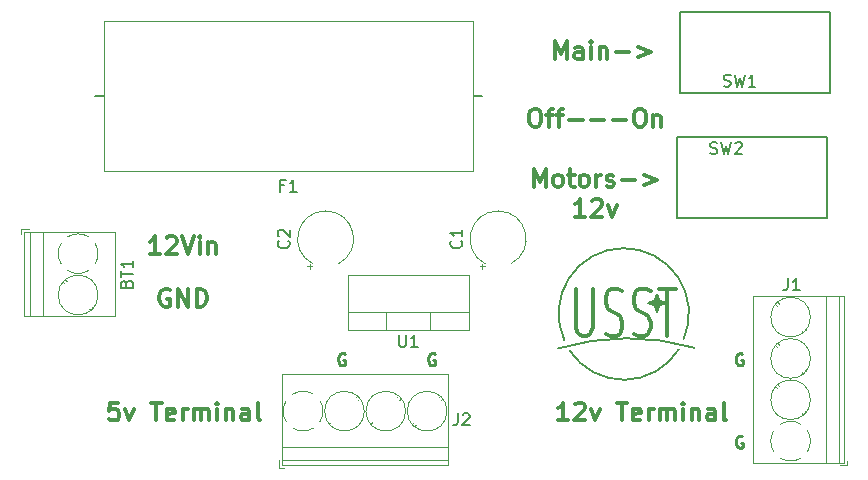
<source format=gbr>
G04 #@! TF.GenerationSoftware,KiCad,Pcbnew,(5.0.0)*
G04 #@! TF.CreationDate,2018-10-30T21:10:31-06:00*
G04 #@! TF.ProjectId,Mini-Rover-Power Distribution,4D696E692D526F7665722D506F776572,rev?*
G04 #@! TF.SameCoordinates,Original*
G04 #@! TF.FileFunction,Legend,Top*
G04 #@! TF.FilePolarity,Positive*
%FSLAX46Y46*%
G04 Gerber Fmt 4.6, Leading zero omitted, Abs format (unit mm)*
G04 Created by KiCad (PCBNEW (5.0.0)) date 10/30/18 21:10:31*
%MOMM*%
%LPD*%
G01*
G04 APERTURE LIST*
%ADD10C,0.250000*%
%ADD11C,0.150000*%
%ADD12C,0.200000*%
%ADD13C,0.300000*%
%ADD14C,0.120000*%
G04 APERTURE END LIST*
D10*
X76182504Y-64752600D02*
X76087266Y-64704980D01*
X75944409Y-64704980D01*
X75801552Y-64752600D01*
X75706314Y-64847838D01*
X75658695Y-64943076D01*
X75611076Y-65133552D01*
X75611076Y-65276409D01*
X75658695Y-65466885D01*
X75706314Y-65562123D01*
X75801552Y-65657361D01*
X75944409Y-65704980D01*
X76039647Y-65704980D01*
X76182504Y-65657361D01*
X76230123Y-65609742D01*
X76230123Y-65276409D01*
X76039647Y-65276409D01*
X83802504Y-64752600D02*
X83707266Y-64704980D01*
X83564409Y-64704980D01*
X83421552Y-64752600D01*
X83326314Y-64847838D01*
X83278695Y-64943076D01*
X83231076Y-65133552D01*
X83231076Y-65276409D01*
X83278695Y-65466885D01*
X83326314Y-65562123D01*
X83421552Y-65657361D01*
X83564409Y-65704980D01*
X83659647Y-65704980D01*
X83802504Y-65657361D01*
X83850123Y-65609742D01*
X83850123Y-65276409D01*
X83659647Y-65276409D01*
X109837504Y-71737600D02*
X109742266Y-71689980D01*
X109599409Y-71689980D01*
X109456552Y-71737600D01*
X109361314Y-71832838D01*
X109313695Y-71928076D01*
X109266076Y-72118552D01*
X109266076Y-72261409D01*
X109313695Y-72451885D01*
X109361314Y-72547123D01*
X109456552Y-72642361D01*
X109599409Y-72689980D01*
X109694647Y-72689980D01*
X109837504Y-72642361D01*
X109885123Y-72594742D01*
X109885123Y-72261409D01*
X109694647Y-72261409D01*
X109837504Y-64752600D02*
X109742266Y-64704980D01*
X109599409Y-64704980D01*
X109456552Y-64752600D01*
X109361314Y-64847838D01*
X109313695Y-64943076D01*
X109266076Y-65133552D01*
X109266076Y-65276409D01*
X109313695Y-65466885D01*
X109361314Y-65562123D01*
X109456552Y-65657361D01*
X109599409Y-65704980D01*
X109694647Y-65704980D01*
X109837504Y-65657361D01*
X109885123Y-65609742D01*
X109885123Y-65276409D01*
X109694647Y-65276409D01*
D11*
G36*
X103352600Y-60426600D02*
X102590600Y-60172600D01*
X101828600Y-60426600D01*
X102590600Y-60680600D01*
X103352600Y-60426600D01*
G37*
X103352600Y-60426600D02*
X102590600Y-60172600D01*
X101828600Y-60426600D01*
X102590600Y-60680600D01*
X103352600Y-60426600D01*
G36*
X102590600Y-59664600D02*
X102336600Y-60426600D01*
X102590600Y-61188600D01*
X102844600Y-60426600D01*
X102590600Y-59664600D01*
G37*
X102590600Y-59664600D02*
X102336600Y-60426600D01*
X102590600Y-61188600D01*
X102844600Y-60426600D01*
X102590600Y-59664600D01*
D12*
X104456230Y-64354870D02*
G75*
G02X95224600Y-64490599I-4659631J2912270D01*
G01*
X94763020Y-63580712D02*
G75*
G02X104876599Y-63474599I5033580J2265112D01*
G01*
X94208600Y-64288254D02*
G75*
G02X105813603Y-64236600I5890004J-19633345D01*
G01*
D13*
X95748980Y-59252123D02*
X95748980Y-62490219D01*
X95868028Y-62871171D01*
X95987076Y-63061647D01*
X96225171Y-63252123D01*
X96701361Y-63252123D01*
X96939457Y-63061647D01*
X97058504Y-62871171D01*
X97177552Y-62490219D01*
X97177552Y-59252123D01*
X98248980Y-63061647D02*
X98606123Y-63252123D01*
X99201361Y-63252123D01*
X99439457Y-63061647D01*
X99558504Y-62871171D01*
X99677552Y-62490219D01*
X99677552Y-62109266D01*
X99558504Y-61728314D01*
X99439457Y-61537838D01*
X99201361Y-61347361D01*
X98725171Y-61156885D01*
X98487076Y-60966409D01*
X98368028Y-60775933D01*
X98248980Y-60394980D01*
X98248980Y-60014028D01*
X98368028Y-59633076D01*
X98487076Y-59442600D01*
X98725171Y-59252123D01*
X99320409Y-59252123D01*
X99677552Y-59442600D01*
X100629933Y-63061647D02*
X100987076Y-63252123D01*
X101582314Y-63252123D01*
X101820409Y-63061647D01*
X101939457Y-62871171D01*
X102058504Y-62490219D01*
X102058504Y-62109266D01*
X101939457Y-61728314D01*
X101820409Y-61537838D01*
X101582314Y-61347361D01*
X101106123Y-61156885D01*
X100868028Y-60966409D01*
X100748980Y-60775933D01*
X100629933Y-60394980D01*
X100629933Y-60014028D01*
X100748980Y-59633076D01*
X100868028Y-59442600D01*
X101106123Y-59252123D01*
X101701361Y-59252123D01*
X102058504Y-59442600D01*
X102772790Y-59252123D02*
X104201361Y-59252123D01*
X103487076Y-63252123D02*
X103487076Y-59252123D01*
X92159000Y-44009571D02*
X92444714Y-44009571D01*
X92587571Y-44081000D01*
X92730428Y-44223857D01*
X92801857Y-44509571D01*
X92801857Y-45009571D01*
X92730428Y-45295285D01*
X92587571Y-45438142D01*
X92444714Y-45509571D01*
X92159000Y-45509571D01*
X92016142Y-45438142D01*
X91873285Y-45295285D01*
X91801857Y-45009571D01*
X91801857Y-44509571D01*
X91873285Y-44223857D01*
X92016142Y-44081000D01*
X92159000Y-44009571D01*
X93230428Y-44509571D02*
X93801857Y-44509571D01*
X93444714Y-45509571D02*
X93444714Y-44223857D01*
X93516142Y-44081000D01*
X93659000Y-44009571D01*
X93801857Y-44009571D01*
X94087571Y-44509571D02*
X94659000Y-44509571D01*
X94301857Y-45509571D02*
X94301857Y-44223857D01*
X94373285Y-44081000D01*
X94516142Y-44009571D01*
X94659000Y-44009571D01*
X95159000Y-44938142D02*
X96301857Y-44938142D01*
X97016142Y-44938142D02*
X98159000Y-44938142D01*
X98873285Y-44938142D02*
X100016142Y-44938142D01*
X101016142Y-44009571D02*
X101301857Y-44009571D01*
X101444714Y-44081000D01*
X101587571Y-44223857D01*
X101659000Y-44509571D01*
X101659000Y-45009571D01*
X101587571Y-45295285D01*
X101444714Y-45438142D01*
X101301857Y-45509571D01*
X101016142Y-45509571D01*
X100873285Y-45438142D01*
X100730428Y-45295285D01*
X100659000Y-45009571D01*
X100659000Y-44509571D01*
X100730428Y-44223857D01*
X100873285Y-44081000D01*
X101016142Y-44009571D01*
X102301857Y-44509571D02*
X102301857Y-45509571D01*
X102301857Y-44652428D02*
X102373285Y-44581000D01*
X102516142Y-44509571D01*
X102730428Y-44509571D01*
X102873285Y-44581000D01*
X102944714Y-44723857D01*
X102944714Y-45509571D01*
X61341142Y-59321000D02*
X61198285Y-59249571D01*
X60984000Y-59249571D01*
X60769714Y-59321000D01*
X60626857Y-59463857D01*
X60555428Y-59606714D01*
X60484000Y-59892428D01*
X60484000Y-60106714D01*
X60555428Y-60392428D01*
X60626857Y-60535285D01*
X60769714Y-60678142D01*
X60984000Y-60749571D01*
X61126857Y-60749571D01*
X61341142Y-60678142D01*
X61412571Y-60606714D01*
X61412571Y-60106714D01*
X61126857Y-60106714D01*
X62055428Y-60749571D02*
X62055428Y-59249571D01*
X62912571Y-60749571D01*
X62912571Y-59249571D01*
X63626857Y-60749571D02*
X63626857Y-59249571D01*
X63984000Y-59249571D01*
X64198285Y-59321000D01*
X64341142Y-59463857D01*
X64412571Y-59606714D01*
X64484000Y-59892428D01*
X64484000Y-60106714D01*
X64412571Y-60392428D01*
X64341142Y-60535285D01*
X64198285Y-60678142D01*
X63984000Y-60749571D01*
X63626857Y-60749571D01*
X60519714Y-56304571D02*
X59662571Y-56304571D01*
X60091142Y-56304571D02*
X60091142Y-54804571D01*
X59948285Y-55018857D01*
X59805428Y-55161714D01*
X59662571Y-55233142D01*
X61091142Y-54947428D02*
X61162571Y-54876000D01*
X61305428Y-54804571D01*
X61662571Y-54804571D01*
X61805428Y-54876000D01*
X61876857Y-54947428D01*
X61948285Y-55090285D01*
X61948285Y-55233142D01*
X61876857Y-55447428D01*
X61019714Y-56304571D01*
X61948285Y-56304571D01*
X62376857Y-54804571D02*
X62876857Y-56304571D01*
X63376857Y-54804571D01*
X63876857Y-56304571D02*
X63876857Y-55304571D01*
X63876857Y-54804571D02*
X63805428Y-54876000D01*
X63876857Y-54947428D01*
X63948285Y-54876000D01*
X63876857Y-54804571D01*
X63876857Y-54947428D01*
X64591142Y-55304571D02*
X64591142Y-56304571D01*
X64591142Y-55447428D02*
X64662571Y-55376000D01*
X64805428Y-55304571D01*
X65019714Y-55304571D01*
X65162571Y-55376000D01*
X65234000Y-55518857D01*
X65234000Y-56304571D01*
X95106314Y-70376171D02*
X94249171Y-70376171D01*
X94677742Y-70376171D02*
X94677742Y-68876171D01*
X94534885Y-69090457D01*
X94392028Y-69233314D01*
X94249171Y-69304742D01*
X95677742Y-69019028D02*
X95749171Y-68947600D01*
X95892028Y-68876171D01*
X96249171Y-68876171D01*
X96392028Y-68947600D01*
X96463457Y-69019028D01*
X96534885Y-69161885D01*
X96534885Y-69304742D01*
X96463457Y-69519028D01*
X95606314Y-70376171D01*
X96534885Y-70376171D01*
X97034885Y-69376171D02*
X97392028Y-70376171D01*
X97749171Y-69376171D01*
X99249171Y-68876171D02*
X100106314Y-68876171D01*
X99677742Y-70376171D02*
X99677742Y-68876171D01*
X101177742Y-70304742D02*
X101034885Y-70376171D01*
X100749171Y-70376171D01*
X100606314Y-70304742D01*
X100534885Y-70161885D01*
X100534885Y-69590457D01*
X100606314Y-69447600D01*
X100749171Y-69376171D01*
X101034885Y-69376171D01*
X101177742Y-69447600D01*
X101249171Y-69590457D01*
X101249171Y-69733314D01*
X100534885Y-69876171D01*
X101892028Y-70376171D02*
X101892028Y-69376171D01*
X101892028Y-69661885D02*
X101963457Y-69519028D01*
X102034885Y-69447600D01*
X102177742Y-69376171D01*
X102320600Y-69376171D01*
X102820600Y-70376171D02*
X102820600Y-69376171D01*
X102820600Y-69519028D02*
X102892028Y-69447600D01*
X103034885Y-69376171D01*
X103249171Y-69376171D01*
X103392028Y-69447600D01*
X103463457Y-69590457D01*
X103463457Y-70376171D01*
X103463457Y-69590457D02*
X103534885Y-69447600D01*
X103677742Y-69376171D01*
X103892028Y-69376171D01*
X104034885Y-69447600D01*
X104106314Y-69590457D01*
X104106314Y-70376171D01*
X104820600Y-70376171D02*
X104820600Y-69376171D01*
X104820600Y-68876171D02*
X104749171Y-68947600D01*
X104820600Y-69019028D01*
X104892028Y-68947600D01*
X104820600Y-68876171D01*
X104820600Y-69019028D01*
X105534885Y-69376171D02*
X105534885Y-70376171D01*
X105534885Y-69519028D02*
X105606314Y-69447600D01*
X105749171Y-69376171D01*
X105963457Y-69376171D01*
X106106314Y-69447600D01*
X106177742Y-69590457D01*
X106177742Y-70376171D01*
X107534885Y-70376171D02*
X107534885Y-69590457D01*
X107463457Y-69447600D01*
X107320600Y-69376171D01*
X107034885Y-69376171D01*
X106892028Y-69447600D01*
X107534885Y-70304742D02*
X107392028Y-70376171D01*
X107034885Y-70376171D01*
X106892028Y-70304742D01*
X106820600Y-70161885D01*
X106820600Y-70019028D01*
X106892028Y-69876171D01*
X107034885Y-69804742D01*
X107392028Y-69804742D01*
X107534885Y-69733314D01*
X108463457Y-70376171D02*
X108320600Y-70304742D01*
X108249171Y-70161885D01*
X108249171Y-68876171D01*
X57014171Y-68876171D02*
X56299885Y-68876171D01*
X56228457Y-69590457D01*
X56299885Y-69519028D01*
X56442742Y-69447600D01*
X56799885Y-69447600D01*
X56942742Y-69519028D01*
X57014171Y-69590457D01*
X57085600Y-69733314D01*
X57085600Y-70090457D01*
X57014171Y-70233314D01*
X56942742Y-70304742D01*
X56799885Y-70376171D01*
X56442742Y-70376171D01*
X56299885Y-70304742D01*
X56228457Y-70233314D01*
X57585600Y-69376171D02*
X57942742Y-70376171D01*
X58299885Y-69376171D01*
X59799885Y-68876171D02*
X60657028Y-68876171D01*
X60228457Y-70376171D02*
X60228457Y-68876171D01*
X61728457Y-70304742D02*
X61585600Y-70376171D01*
X61299885Y-70376171D01*
X61157028Y-70304742D01*
X61085600Y-70161885D01*
X61085600Y-69590457D01*
X61157028Y-69447600D01*
X61299885Y-69376171D01*
X61585600Y-69376171D01*
X61728457Y-69447600D01*
X61799885Y-69590457D01*
X61799885Y-69733314D01*
X61085600Y-69876171D01*
X62442742Y-70376171D02*
X62442742Y-69376171D01*
X62442742Y-69661885D02*
X62514171Y-69519028D01*
X62585600Y-69447600D01*
X62728457Y-69376171D01*
X62871314Y-69376171D01*
X63371314Y-70376171D02*
X63371314Y-69376171D01*
X63371314Y-69519028D02*
X63442742Y-69447600D01*
X63585600Y-69376171D01*
X63799885Y-69376171D01*
X63942742Y-69447600D01*
X64014171Y-69590457D01*
X64014171Y-70376171D01*
X64014171Y-69590457D02*
X64085600Y-69447600D01*
X64228457Y-69376171D01*
X64442742Y-69376171D01*
X64585600Y-69447600D01*
X64657028Y-69590457D01*
X64657028Y-70376171D01*
X65371314Y-70376171D02*
X65371314Y-69376171D01*
X65371314Y-68876171D02*
X65299885Y-68947600D01*
X65371314Y-69019028D01*
X65442742Y-68947600D01*
X65371314Y-68876171D01*
X65371314Y-69019028D01*
X66085600Y-69376171D02*
X66085600Y-70376171D01*
X66085600Y-69519028D02*
X66157028Y-69447600D01*
X66299885Y-69376171D01*
X66514171Y-69376171D01*
X66657028Y-69447600D01*
X66728457Y-69590457D01*
X66728457Y-70376171D01*
X68085600Y-70376171D02*
X68085600Y-69590457D01*
X68014171Y-69447600D01*
X67871314Y-69376171D01*
X67585600Y-69376171D01*
X67442742Y-69447600D01*
X68085600Y-70304742D02*
X67942742Y-70376171D01*
X67585600Y-70376171D01*
X67442742Y-70304742D01*
X67371314Y-70161885D01*
X67371314Y-70019028D01*
X67442742Y-69876171D01*
X67585600Y-69804742D01*
X67942742Y-69804742D01*
X68085600Y-69733314D01*
X69014171Y-70376171D02*
X68871314Y-70304742D01*
X68799885Y-70161885D01*
X68799885Y-68876171D01*
X92194714Y-50584571D02*
X92194714Y-49084571D01*
X92694714Y-50156000D01*
X93194714Y-49084571D01*
X93194714Y-50584571D01*
X94123285Y-50584571D02*
X93980428Y-50513142D01*
X93909000Y-50441714D01*
X93837571Y-50298857D01*
X93837571Y-49870285D01*
X93909000Y-49727428D01*
X93980428Y-49656000D01*
X94123285Y-49584571D01*
X94337571Y-49584571D01*
X94480428Y-49656000D01*
X94551857Y-49727428D01*
X94623285Y-49870285D01*
X94623285Y-50298857D01*
X94551857Y-50441714D01*
X94480428Y-50513142D01*
X94337571Y-50584571D01*
X94123285Y-50584571D01*
X95051857Y-49584571D02*
X95623285Y-49584571D01*
X95266142Y-49084571D02*
X95266142Y-50370285D01*
X95337571Y-50513142D01*
X95480428Y-50584571D01*
X95623285Y-50584571D01*
X96337571Y-50584571D02*
X96194714Y-50513142D01*
X96123285Y-50441714D01*
X96051857Y-50298857D01*
X96051857Y-49870285D01*
X96123285Y-49727428D01*
X96194714Y-49656000D01*
X96337571Y-49584571D01*
X96551857Y-49584571D01*
X96694714Y-49656000D01*
X96766142Y-49727428D01*
X96837571Y-49870285D01*
X96837571Y-50298857D01*
X96766142Y-50441714D01*
X96694714Y-50513142D01*
X96551857Y-50584571D01*
X96337571Y-50584571D01*
X97480428Y-50584571D02*
X97480428Y-49584571D01*
X97480428Y-49870285D02*
X97551857Y-49727428D01*
X97623285Y-49656000D01*
X97766142Y-49584571D01*
X97909000Y-49584571D01*
X98337571Y-50513142D02*
X98480428Y-50584571D01*
X98766142Y-50584571D01*
X98909000Y-50513142D01*
X98980428Y-50370285D01*
X98980428Y-50298857D01*
X98909000Y-50156000D01*
X98766142Y-50084571D01*
X98551857Y-50084571D01*
X98409000Y-50013142D01*
X98337571Y-49870285D01*
X98337571Y-49798857D01*
X98409000Y-49656000D01*
X98551857Y-49584571D01*
X98766142Y-49584571D01*
X98909000Y-49656000D01*
X99623285Y-50013142D02*
X100766142Y-50013142D01*
X101480428Y-49584571D02*
X102623285Y-50013142D01*
X101480428Y-50441714D01*
X96551857Y-53134571D02*
X95694714Y-53134571D01*
X96123285Y-53134571D02*
X96123285Y-51634571D01*
X95980428Y-51848857D01*
X95837571Y-51991714D01*
X95694714Y-52063142D01*
X97123285Y-51777428D02*
X97194714Y-51706000D01*
X97337571Y-51634571D01*
X97694714Y-51634571D01*
X97837571Y-51706000D01*
X97909000Y-51777428D01*
X97980428Y-51920285D01*
X97980428Y-52063142D01*
X97909000Y-52277428D01*
X97051857Y-53134571D01*
X97980428Y-53134571D01*
X98480428Y-52134571D02*
X98837571Y-53134571D01*
X99194714Y-52134571D01*
X93972571Y-39794571D02*
X93972571Y-38294571D01*
X94472571Y-39366000D01*
X94972571Y-38294571D01*
X94972571Y-39794571D01*
X96329714Y-39794571D02*
X96329714Y-39008857D01*
X96258285Y-38866000D01*
X96115428Y-38794571D01*
X95829714Y-38794571D01*
X95686857Y-38866000D01*
X96329714Y-39723142D02*
X96186857Y-39794571D01*
X95829714Y-39794571D01*
X95686857Y-39723142D01*
X95615428Y-39580285D01*
X95615428Y-39437428D01*
X95686857Y-39294571D01*
X95829714Y-39223142D01*
X96186857Y-39223142D01*
X96329714Y-39151714D01*
X97044000Y-39794571D02*
X97044000Y-38794571D01*
X97044000Y-38294571D02*
X96972571Y-38366000D01*
X97044000Y-38437428D01*
X97115428Y-38366000D01*
X97044000Y-38294571D01*
X97044000Y-38437428D01*
X97758285Y-38794571D02*
X97758285Y-39794571D01*
X97758285Y-38937428D02*
X97829714Y-38866000D01*
X97972571Y-38794571D01*
X98186857Y-38794571D01*
X98329714Y-38866000D01*
X98401142Y-39008857D01*
X98401142Y-39794571D01*
X99115428Y-39223142D02*
X100258285Y-39223142D01*
X100972571Y-38794571D02*
X102115428Y-39223142D01*
X100972571Y-39651714D01*
D14*
G04 #@! TO.C,BT1*
X48794000Y-54211000D02*
X48794000Y-54611000D01*
X49434000Y-54211000D02*
X48794000Y-54211000D01*
X52653000Y-58616000D02*
X52525000Y-58487000D01*
X54869000Y-60831000D02*
X54775000Y-60737000D01*
X52413000Y-58786000D02*
X52320000Y-58692000D01*
X54663000Y-61036000D02*
X54535000Y-60907000D01*
X56754000Y-61571000D02*
X49034000Y-61571000D01*
X56754000Y-54451000D02*
X49034000Y-54451000D01*
X49034000Y-54451000D02*
X49034000Y-61571000D01*
X56754000Y-54451000D02*
X56754000Y-61571000D01*
X50594000Y-54451000D02*
X50594000Y-61571000D01*
X49494000Y-54451000D02*
X49494000Y-61571000D01*
X55274000Y-59761000D02*
G75*
G03X55274000Y-59761000I-1680000J0D01*
G01*
X51913901Y-56289674D02*
G75*
G02X52154000Y-55395000I1680099J28674D01*
G01*
X52704106Y-54835642D02*
G75*
G02X54460000Y-54821000I889894J-1425358D01*
G01*
X55019358Y-55371106D02*
G75*
G02X55034000Y-57127000I-1425358J-889894D01*
G01*
X54484193Y-57686505D02*
G75*
G02X52703000Y-57686000I-890193J1425505D01*
G01*
X52169279Y-57151264D02*
G75*
G02X51914000Y-56261000I1424721J890264D01*
G01*
G04 #@! TO.C,C2*
X72989000Y-57323288D02*
X73439000Y-57323288D01*
X73214000Y-57548288D02*
X73214000Y-57098288D01*
X75609000Y-57130740D02*
G75*
G03X73489000Y-57130741I-1060000J2119740D01*
G01*
G04 #@! TO.C,F1*
X55774000Y-49276000D02*
X87034000Y-49276000D01*
X87017000Y-49276000D02*
X87017000Y-36576000D01*
X55774000Y-36576000D02*
X55774000Y-49276000D01*
X55753000Y-36576000D02*
X87034000Y-36576000D01*
D11*
X54994000Y-42926000D02*
X55774000Y-42926000D01*
X87122000Y-42926000D02*
X87802000Y-42926000D01*
D14*
G04 #@! TO.C,J1*
X115343721Y-71245736D02*
G75*
G02X115599000Y-72136000I-1424721J-890264D01*
G01*
X113028807Y-70710495D02*
G75*
G02X114810000Y-70711000I890193J-1425505D01*
G01*
X112493642Y-73025894D02*
G75*
G02X112479000Y-71270000I1425358J889894D01*
G01*
X114808894Y-73561358D02*
G75*
G02X113053000Y-73576000I-889894J1425358D01*
G01*
X115599099Y-72107326D02*
G75*
G02X115359000Y-73002000I-1680099J-28674D01*
G01*
X115599000Y-68636000D02*
G75*
G03X115599000Y-68636000I-1680000J0D01*
G01*
X115599000Y-65136000D02*
G75*
G03X115599000Y-65136000I-1680000J0D01*
G01*
X115599000Y-61636000D02*
G75*
G03X115599000Y-61636000I-1680000J0D01*
G01*
X118019000Y-73946000D02*
X118019000Y-59826000D01*
X116919000Y-73946000D02*
X116919000Y-59826000D01*
X110759000Y-73946000D02*
X110759000Y-59826000D01*
X118479000Y-73946000D02*
X118479000Y-59826000D01*
X110759000Y-73946000D02*
X118479000Y-73946000D01*
X110759000Y-59826000D02*
X118479000Y-59826000D01*
X112850000Y-67361000D02*
X112978000Y-67490000D01*
X115100000Y-69611000D02*
X115193000Y-69705000D01*
X112644000Y-67566000D02*
X112738000Y-67660000D01*
X114860000Y-69781000D02*
X114988000Y-69910000D01*
X112850000Y-63861000D02*
X112978000Y-63990000D01*
X115100000Y-66111000D02*
X115193000Y-66205000D01*
X112644000Y-64066000D02*
X112738000Y-64160000D01*
X114860000Y-66281000D02*
X114988000Y-66410000D01*
X112850000Y-60361000D02*
X112978000Y-60490000D01*
X115100000Y-62611000D02*
X115193000Y-62705000D01*
X112644000Y-60566000D02*
X112738000Y-60660000D01*
X114860000Y-62781000D02*
X114988000Y-62910000D01*
X118079000Y-74186000D02*
X118719000Y-74186000D01*
X118719000Y-74186000D02*
X118719000Y-73786000D01*
G04 #@! TO.C,J2*
X70594000Y-74396000D02*
X70994000Y-74396000D01*
X70594000Y-73756000D02*
X70594000Y-74396000D01*
X81999000Y-70537000D02*
X81870000Y-70665000D01*
X84214000Y-68321000D02*
X84120000Y-68415000D01*
X82169000Y-70777000D02*
X82075000Y-70870000D01*
X84419000Y-68527000D02*
X84290000Y-68655000D01*
X78499000Y-70537000D02*
X78370000Y-70665000D01*
X80714000Y-68321000D02*
X80620000Y-68415000D01*
X78669000Y-70777000D02*
X78575000Y-70870000D01*
X80919000Y-68527000D02*
X80790000Y-68655000D01*
X74999000Y-70537000D02*
X74870000Y-70665000D01*
X77214000Y-68321000D02*
X77120000Y-68415000D01*
X75169000Y-70777000D02*
X75075000Y-70870000D01*
X77419000Y-68527000D02*
X77290000Y-68655000D01*
X84954000Y-66436000D02*
X84954000Y-74156000D01*
X70834000Y-66436000D02*
X70834000Y-74156000D01*
X70834000Y-74156000D02*
X84954000Y-74156000D01*
X70834000Y-66436000D02*
X84954000Y-66436000D01*
X70834000Y-72596000D02*
X84954000Y-72596000D01*
X70834000Y-73696000D02*
X84954000Y-73696000D01*
X84824000Y-69596000D02*
G75*
G03X84824000Y-69596000I-1680000J0D01*
G01*
X81324000Y-69596000D02*
G75*
G03X81324000Y-69596000I-1680000J0D01*
G01*
X77824000Y-69596000D02*
G75*
G03X77824000Y-69596000I-1680000J0D01*
G01*
X72672674Y-71276099D02*
G75*
G02X71778000Y-71036000I-28674J1680099D01*
G01*
X71218642Y-70485894D02*
G75*
G02X71204000Y-68730000I1425358J889894D01*
G01*
X71754106Y-68170642D02*
G75*
G02X73510000Y-68156000I889894J-1425358D01*
G01*
X74069505Y-68705807D02*
G75*
G02X74069000Y-70487000I-1425505J-890193D01*
G01*
X73534264Y-71020721D02*
G75*
G02X72644000Y-71276000I-890264J1424721D01*
G01*
D11*
G04 #@! TO.C,SW1*
X104521000Y-42672000D02*
X117221000Y-42672000D01*
X117221000Y-35814000D02*
X104521000Y-35814000D01*
X117221000Y-35814000D02*
X117221000Y-42672000D01*
X104521000Y-35814000D02*
X104521000Y-42672000D01*
G04 #@! TO.C,SW2*
X116967000Y-53213000D02*
X116967000Y-46355000D01*
X104267000Y-53213000D02*
X104267000Y-46355000D01*
X104267000Y-53213000D02*
X116967000Y-53213000D01*
X116967000Y-46355000D02*
X104267000Y-46355000D01*
D14*
G04 #@! TO.C,U1*
X79683000Y-62706000D02*
X79683000Y-61196000D01*
X83384000Y-62706000D02*
X83384000Y-61196000D01*
X86654000Y-61196000D02*
X76414000Y-61196000D01*
X76414000Y-62706000D02*
X76414000Y-58065000D01*
X86654000Y-62706000D02*
X86654000Y-58065000D01*
X86654000Y-58065000D02*
X76414000Y-58065000D01*
X86654000Y-62706000D02*
X76414000Y-62706000D01*
G04 #@! TO.C,C1*
X90214000Y-57130740D02*
G75*
G03X88094000Y-57130741I-1060000J2119740D01*
G01*
X87819000Y-57548288D02*
X87819000Y-57098288D01*
X87594000Y-57323288D02*
X88044000Y-57323288D01*
G04 #@! TO.C,BT1*
D11*
X57682571Y-58796714D02*
X57730190Y-58653857D01*
X57777809Y-58606238D01*
X57873047Y-58558619D01*
X58015904Y-58558619D01*
X58111142Y-58606238D01*
X58158761Y-58653857D01*
X58206380Y-58749095D01*
X58206380Y-59130047D01*
X57206380Y-59130047D01*
X57206380Y-58796714D01*
X57254000Y-58701476D01*
X57301619Y-58653857D01*
X57396857Y-58606238D01*
X57492095Y-58606238D01*
X57587333Y-58653857D01*
X57634952Y-58701476D01*
X57682571Y-58796714D01*
X57682571Y-59130047D01*
X57206380Y-58272904D02*
X57206380Y-57701476D01*
X58206380Y-57987190D02*
X57206380Y-57987190D01*
X58206380Y-56844333D02*
X58206380Y-57415761D01*
X58206380Y-57130047D02*
X57206380Y-57130047D01*
X57349238Y-57225285D01*
X57444476Y-57320523D01*
X57492095Y-57415761D01*
G04 #@! TO.C,C2*
X71406142Y-55177666D02*
X71453761Y-55225285D01*
X71501380Y-55368142D01*
X71501380Y-55463380D01*
X71453761Y-55606238D01*
X71358523Y-55701476D01*
X71263285Y-55749095D01*
X71072809Y-55796714D01*
X70929952Y-55796714D01*
X70739476Y-55749095D01*
X70644238Y-55701476D01*
X70549000Y-55606238D01*
X70501380Y-55463380D01*
X70501380Y-55368142D01*
X70549000Y-55225285D01*
X70596619Y-55177666D01*
X70596619Y-54796714D02*
X70549000Y-54749095D01*
X70501380Y-54653857D01*
X70501380Y-54415761D01*
X70549000Y-54320523D01*
X70596619Y-54272904D01*
X70691857Y-54225285D01*
X70787095Y-54225285D01*
X70929952Y-54272904D01*
X71501380Y-54844333D01*
X71501380Y-54225285D01*
G04 #@! TO.C,F1*
X71040666Y-50474571D02*
X70707333Y-50474571D01*
X70707333Y-50998380D02*
X70707333Y-49998380D01*
X71183523Y-49998380D01*
X72088285Y-50998380D02*
X71516857Y-50998380D01*
X71802571Y-50998380D02*
X71802571Y-49998380D01*
X71707333Y-50141238D01*
X71612095Y-50236476D01*
X71516857Y-50284095D01*
G04 #@! TO.C,J1*
X113687266Y-58354980D02*
X113687266Y-59069266D01*
X113639647Y-59212123D01*
X113544409Y-59307361D01*
X113401552Y-59354980D01*
X113306314Y-59354980D01*
X114687266Y-59354980D02*
X114115838Y-59354980D01*
X114401552Y-59354980D02*
X114401552Y-58354980D01*
X114306314Y-58497838D01*
X114211076Y-58593076D01*
X114115838Y-58640695D01*
G04 #@! TO.C,J2*
X85747266Y-69784980D02*
X85747266Y-70499266D01*
X85699647Y-70642123D01*
X85604409Y-70737361D01*
X85461552Y-70784980D01*
X85366314Y-70784980D01*
X86175838Y-69880219D02*
X86223457Y-69832600D01*
X86318695Y-69784980D01*
X86556790Y-69784980D01*
X86652028Y-69832600D01*
X86699647Y-69880219D01*
X86747266Y-69975457D01*
X86747266Y-70070695D01*
X86699647Y-70213552D01*
X86128219Y-70784980D01*
X86747266Y-70784980D01*
G04 #@! TO.C,SW1*
X108267666Y-42060761D02*
X108410523Y-42108380D01*
X108648619Y-42108380D01*
X108743857Y-42060761D01*
X108791476Y-42013142D01*
X108839095Y-41917904D01*
X108839095Y-41822666D01*
X108791476Y-41727428D01*
X108743857Y-41679809D01*
X108648619Y-41632190D01*
X108458142Y-41584571D01*
X108362904Y-41536952D01*
X108315285Y-41489333D01*
X108267666Y-41394095D01*
X108267666Y-41298857D01*
X108315285Y-41203619D01*
X108362904Y-41156000D01*
X108458142Y-41108380D01*
X108696238Y-41108380D01*
X108839095Y-41156000D01*
X109172428Y-41108380D02*
X109410523Y-42108380D01*
X109601000Y-41394095D01*
X109791476Y-42108380D01*
X110029571Y-41108380D01*
X110934333Y-42108380D02*
X110362904Y-42108380D01*
X110648619Y-42108380D02*
X110648619Y-41108380D01*
X110553380Y-41251238D01*
X110458142Y-41346476D01*
X110362904Y-41394095D01*
G04 #@! TO.C,SW2*
X107124666Y-47775761D02*
X107267523Y-47823380D01*
X107505619Y-47823380D01*
X107600857Y-47775761D01*
X107648476Y-47728142D01*
X107696095Y-47632904D01*
X107696095Y-47537666D01*
X107648476Y-47442428D01*
X107600857Y-47394809D01*
X107505619Y-47347190D01*
X107315142Y-47299571D01*
X107219904Y-47251952D01*
X107172285Y-47204333D01*
X107124666Y-47109095D01*
X107124666Y-47013857D01*
X107172285Y-46918619D01*
X107219904Y-46871000D01*
X107315142Y-46823380D01*
X107553238Y-46823380D01*
X107696095Y-46871000D01*
X108029428Y-46823380D02*
X108267523Y-47823380D01*
X108458000Y-47109095D01*
X108648476Y-47823380D01*
X108886571Y-46823380D01*
X109219904Y-46918619D02*
X109267523Y-46871000D01*
X109362761Y-46823380D01*
X109600857Y-46823380D01*
X109696095Y-46871000D01*
X109743714Y-46918619D01*
X109791333Y-47013857D01*
X109791333Y-47109095D01*
X109743714Y-47251952D01*
X109172285Y-47823380D01*
X109791333Y-47823380D01*
G04 #@! TO.C,U1*
X80772095Y-63158380D02*
X80772095Y-63967904D01*
X80819714Y-64063142D01*
X80867333Y-64110761D01*
X80962571Y-64158380D01*
X81153047Y-64158380D01*
X81248285Y-64110761D01*
X81295904Y-64063142D01*
X81343523Y-63967904D01*
X81343523Y-63158380D01*
X82343523Y-64158380D02*
X81772095Y-64158380D01*
X82057809Y-64158380D02*
X82057809Y-63158380D01*
X81962571Y-63301238D01*
X81867333Y-63396476D01*
X81772095Y-63444095D01*
G04 #@! TO.C,C1*
X86011142Y-55177666D02*
X86058761Y-55225285D01*
X86106380Y-55368142D01*
X86106380Y-55463380D01*
X86058761Y-55606238D01*
X85963523Y-55701476D01*
X85868285Y-55749095D01*
X85677809Y-55796714D01*
X85534952Y-55796714D01*
X85344476Y-55749095D01*
X85249238Y-55701476D01*
X85154000Y-55606238D01*
X85106380Y-55463380D01*
X85106380Y-55368142D01*
X85154000Y-55225285D01*
X85201619Y-55177666D01*
X86106380Y-54225285D02*
X86106380Y-54796714D01*
X86106380Y-54511000D02*
X85106380Y-54511000D01*
X85249238Y-54606238D01*
X85344476Y-54701476D01*
X85392095Y-54796714D01*
G04 #@! TD*
M02*

</source>
